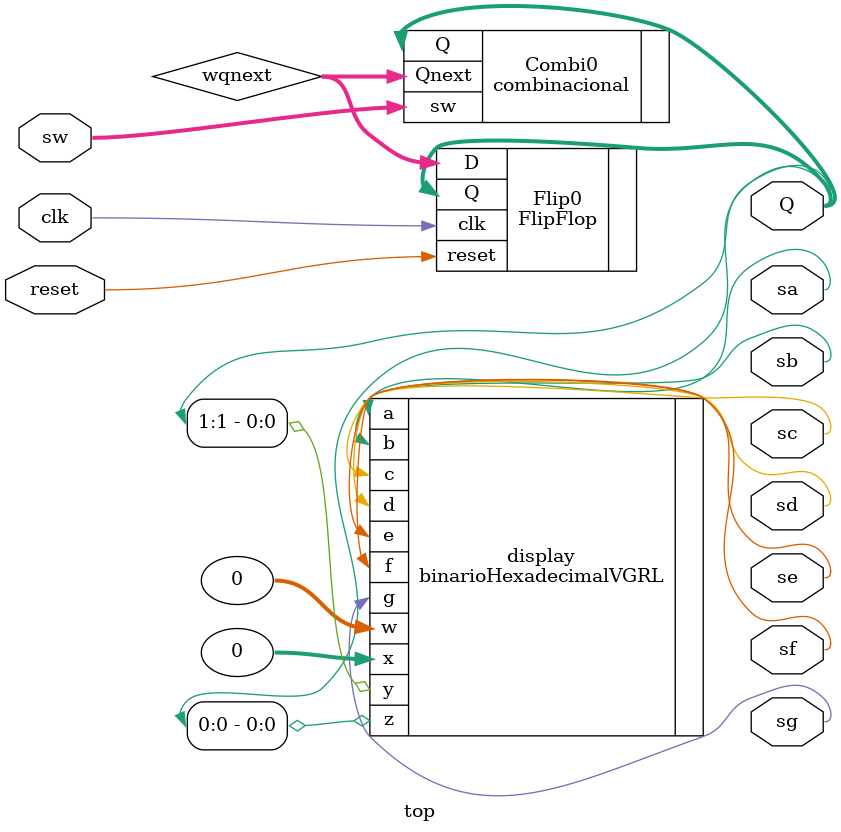
<source format=v>
`timescale 1ns / 1ps
module top(
    input [1:0] sw,
    input clk,
    input reset,
    output [1:0] Q,
	 output sa,
	 output sb,
	 output sc,
	 output sd,
	 output se,
	 output sf,
	 output sg
    );
	 
	 wire [1:0] wqnext;
	 
	 FlipFlop Flip0(.D(wqnext),.Q(Q),.clk(clk), . reset(reset));
	 
	 combinacional Combi0(.sw(sw),.Q(Q),.Qnext(wqnext));
	 
	 binarioHexadecimalVGRL display(.w(0),.x(0),.y(Q[1]),.z(Q[0]),.a(sa),.b(sb),.c(sc),.d(sd),.e(se),.f(sf),.g(sg));


endmodule

</source>
